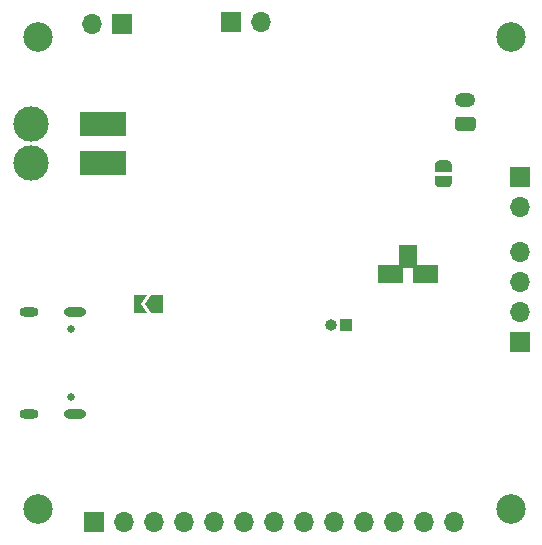
<source format=gbr>
G04 #@! TF.GenerationSoftware,KiCad,Pcbnew,(5.1.8)-1*
G04 #@! TF.CreationDate,2021-08-04T08:25:39+02:00*
G04 #@! TF.ProjectId,SuperPower-uC-KiCad,53757065-7250-46f7-9765-722d75432d4b,rev?*
G04 #@! TF.SameCoordinates,Original*
G04 #@! TF.FileFunction,Soldermask,Bot*
G04 #@! TF.FilePolarity,Negative*
%FSLAX46Y46*%
G04 Gerber Fmt 4.6, Leading zero omitted, Abs format (unit mm)*
G04 Created by KiCad (PCBNEW (5.1.8)-1) date 2021-08-04 08:25:39*
%MOMM*%
%LPD*%
G01*
G04 APERTURE LIST*
%ADD10C,0.100000*%
%ADD11O,1.600000X0.800000*%
%ADD12O,1.900000X0.800000*%
%ADD13C,0.650000*%
%ADD14C,2.500000*%
%ADD15O,1.700000X1.700000*%
%ADD16R,1.700000X1.700000*%
%ADD17C,3.000000*%
%ADD18R,4.000000X2.000000*%
%ADD19R,1.500000X1.500000*%
%ADD20O,1.000000X1.000000*%
%ADD21R,1.000000X1.000000*%
%ADD22O,1.750000X1.200000*%
G04 APERTURE END LIST*
D10*
G36*
X154089000Y-89115000D02*
G01*
X154089000Y-88615000D01*
X154089602Y-88615000D01*
X154089602Y-88590466D01*
X154094412Y-88541635D01*
X154103984Y-88493510D01*
X154118228Y-88446555D01*
X154137005Y-88401222D01*
X154160136Y-88357949D01*
X154187396Y-88317150D01*
X154218524Y-88279221D01*
X154253221Y-88244524D01*
X154291150Y-88213396D01*
X154331949Y-88186136D01*
X154375222Y-88163005D01*
X154420555Y-88144228D01*
X154467510Y-88129984D01*
X154515635Y-88120412D01*
X154564466Y-88115602D01*
X154589000Y-88115602D01*
X154589000Y-88115000D01*
X155089000Y-88115000D01*
X155089000Y-88115602D01*
X155113534Y-88115602D01*
X155162365Y-88120412D01*
X155210490Y-88129984D01*
X155257445Y-88144228D01*
X155302778Y-88163005D01*
X155346051Y-88186136D01*
X155386850Y-88213396D01*
X155424779Y-88244524D01*
X155459476Y-88279221D01*
X155490604Y-88317150D01*
X155517864Y-88357949D01*
X155540995Y-88401222D01*
X155559772Y-88446555D01*
X155574016Y-88493510D01*
X155583588Y-88541635D01*
X155588398Y-88590466D01*
X155588398Y-88615000D01*
X155589000Y-88615000D01*
X155589000Y-89115000D01*
X154089000Y-89115000D01*
G37*
G36*
X155588398Y-89915000D02*
G01*
X155588398Y-89939534D01*
X155583588Y-89988365D01*
X155574016Y-90036490D01*
X155559772Y-90083445D01*
X155540995Y-90128778D01*
X155517864Y-90172051D01*
X155490604Y-90212850D01*
X155459476Y-90250779D01*
X155424779Y-90285476D01*
X155386850Y-90316604D01*
X155346051Y-90343864D01*
X155302778Y-90366995D01*
X155257445Y-90385772D01*
X155210490Y-90400016D01*
X155162365Y-90409588D01*
X155113534Y-90414398D01*
X155089000Y-90414398D01*
X155089000Y-90415000D01*
X154589000Y-90415000D01*
X154589000Y-90414398D01*
X154564466Y-90414398D01*
X154515635Y-90409588D01*
X154467510Y-90400016D01*
X154420555Y-90385772D01*
X154375222Y-90366995D01*
X154331949Y-90343864D01*
X154291150Y-90316604D01*
X154253221Y-90285476D01*
X154218524Y-90250779D01*
X154187396Y-90212850D01*
X154160136Y-90172051D01*
X154137005Y-90128778D01*
X154118228Y-90083445D01*
X154103984Y-90036490D01*
X154094412Y-89988365D01*
X154089602Y-89939534D01*
X154089602Y-89915000D01*
X154089000Y-89915000D01*
X154089000Y-89415000D01*
X155589000Y-89415000D01*
X155589000Y-89915000D01*
X155588398Y-89915000D01*
G37*
D11*
X119731000Y-100958400D03*
X119781000Y-109608400D03*
D12*
X123681000Y-100958400D03*
X123681000Y-109608400D03*
D13*
X123317000Y-102412800D03*
X123317000Y-108178600D03*
D14*
X120523000Y-117678200D03*
X160528000Y-117678200D03*
X160528000Y-77673200D03*
X120523000Y-77673200D03*
D15*
X161290000Y-95885000D03*
X161290000Y-98425000D03*
X161290000Y-100965000D03*
D16*
X161290000Y-103505000D03*
D17*
X119888000Y-85090000D03*
X119888000Y-88392000D03*
D18*
X125984000Y-85090000D03*
X125984000Y-88392000D03*
D15*
X155702000Y-118745000D03*
X153162000Y-118745000D03*
X150622000Y-118745000D03*
X148082000Y-118745000D03*
X145542000Y-118745000D03*
X143002000Y-118745000D03*
X140462000Y-118745000D03*
X137922000Y-118745000D03*
X135382000Y-118745000D03*
X132842000Y-118745000D03*
X130302000Y-118745000D03*
X127762000Y-118745000D03*
D16*
X125222000Y-118745000D03*
D19*
X151839000Y-96515000D03*
D10*
G36*
X151839000Y-96765000D02*
G01*
X151089000Y-96265000D01*
X151089000Y-95265000D01*
X152589000Y-95265000D01*
X152589000Y-96265000D01*
X151839000Y-96765000D01*
G37*
G36*
X150839000Y-97765000D02*
G01*
X150339000Y-98515000D01*
X149339000Y-98515000D01*
X149339000Y-97015000D01*
X150339000Y-97015000D01*
X150839000Y-97765000D01*
G37*
D19*
X150639000Y-97765000D03*
X153039000Y-97765000D03*
D10*
G36*
X154339000Y-98515000D02*
G01*
X153339000Y-98515000D01*
X153339000Y-97015000D01*
X154339000Y-97015000D01*
X154339000Y-98515000D01*
G37*
D15*
X161290000Y-92075000D03*
D16*
X161290000Y-89535000D03*
D20*
X145288000Y-102108000D03*
D21*
X146558000Y-102108000D03*
D10*
G36*
X129564000Y-100265000D02*
G01*
X130064000Y-99515000D01*
X131064000Y-99515000D01*
X131064000Y-101015000D01*
X130064000Y-101015000D01*
X129564000Y-100265000D01*
G37*
G36*
X128614000Y-99515000D02*
G01*
X129764000Y-99515000D01*
X129264000Y-100265000D01*
X129764000Y-101015000D01*
X128614000Y-101015000D01*
X128614000Y-99515000D01*
G37*
D15*
X125095000Y-76581000D03*
D16*
X127635000Y-76581000D03*
X136842500Y-76454000D03*
D15*
X139382500Y-76454000D03*
G36*
G01*
X157317601Y-85639200D02*
X156067599Y-85639200D01*
G75*
G02*
X155817600Y-85389201I0J249999D01*
G01*
X155817600Y-84689199D01*
G75*
G02*
X156067599Y-84439200I249999J0D01*
G01*
X157317601Y-84439200D01*
G75*
G02*
X157567600Y-84689199I0J-249999D01*
G01*
X157567600Y-85389201D01*
G75*
G02*
X157317601Y-85639200I-249999J0D01*
G01*
G37*
D22*
X156692600Y-83039200D03*
M02*

</source>
